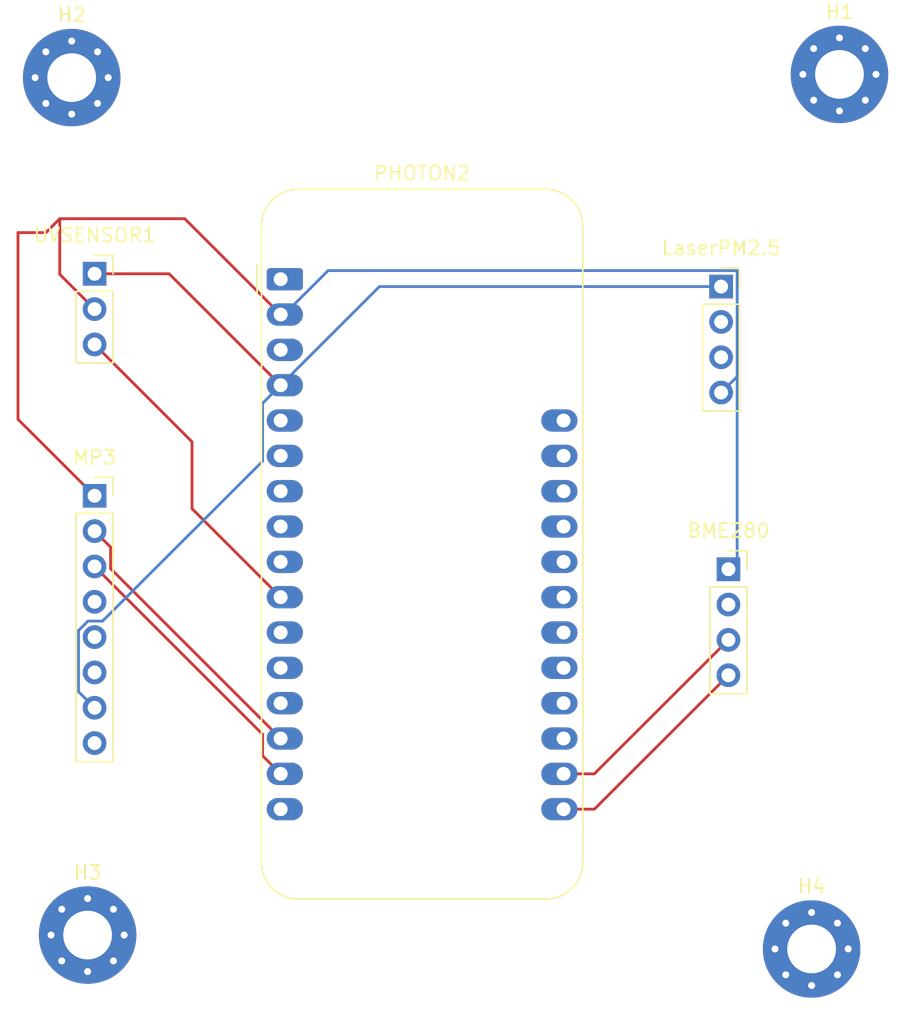
<source format=kicad_pcb>
(kicad_pcb (version 20240108) (generator "pcbnew") (generator_version "8.0")
  (layers (0 "F.Cu" signal) (31 "B.Cu" signal) (34 "B.Paste" user) (35 "F.Paste" user) (36 "B.SilkS" user "B.Silkscreen") (37 "F.SilkS" user "F.Silkscreen") (38 "B.Mask" user) (39 "F.Mask" user) (44 "Edge.Cuts" user))
  (net 0 "")
  (net 3 "Net-(PHOTON2-A5)")
  (net 23 "Net-(BME280-Pin_4)")
  (net 24 "Net-(BME280-Pin_2)")
  (net 25 "Net-(BME280-Pin_1)")
  (net 26 "Net-(BME280-Pin_3)")
  (net 28 "Net-(MP3-Pin_2)")
  (net 29 "Net-(MP3-Pin_3)")
  (footprint "MountingHole:MountingHole_3.5mm_Pad_Via" (layer "F.Cu") (at 162 53.125)
    (property "Reference" "H1" (at 0 -4.5 0) (layer "F.SilkS"))
    (property "Value" "MountingHole")
    (pad "1" thru_hole circle (at -2.625 0) (size 0.8 0.8) (drill 0.5) (layers "*.Cu" "*.Mask"))
    (pad "1" thru_hole circle (at -1.856155 -1.856155) (size 0.8 0.8) (drill 0.5) (layers "*.Cu" "*.Mask"))
    (pad "1" thru_hole circle (at -1.856155 1.856155) (size 0.8 0.8) (drill 0.5) (layers "*.Cu" "*.Mask"))
    (pad "1" thru_hole circle (at 0 -2.625) (size 0.8 0.8) (drill 0.5) (layers "*.Cu" "*.Mask"))
    (pad "1" thru_hole circle (at 0 0) (size 7 7) (drill 3.5) (layers "*.Cu" "*.Mask"))
    (pad "1" thru_hole circle (at 0 2.625) (size 0.8 0.8) (drill 0.5) (layers "*.Cu" "*.Mask"))
    (pad "1" thru_hole circle (at 1.856155 -1.856155) (size 0.8 0.8) (drill 0.5) (layers "*.Cu" "*.Mask"))
    (pad "1" thru_hole circle (at 1.856155 1.856155) (size 0.8 0.8) (drill 0.5) (layers "*.Cu" "*.Mask"))
    (pad "1" thru_hole circle (at 2.625 0) (size 0.8 0.8) (drill 0.5) (layers "*.Cu" "*.Mask"))
  )
  (footprint "MountingHole:MountingHole_3.5mm_Pad_Via" (layer "F.Cu") (at 160 116)
    (property "Reference" "H4" (at 0 -4.5 0) (layer "F.SilkS"))
    (property "Value" "MountingHole")
    (pad "1" thru_hole circle (at -2.625 0) (size 0.8 0.8) (drill 0.5) (layers "*.Cu" "*.Mask"))
    (pad "1" thru_hole circle (at -1.856155 -1.856155) (size 0.8 0.8) (drill 0.5) (layers "*.Cu" "*.Mask"))
    (pad "1" thru_hole circle (at -1.856155 1.856155) (size 0.8 0.8) (drill 0.5) (layers "*.Cu" "*.Mask"))
    (pad "1" thru_hole circle (at 0 -2.625) (size 0.8 0.8) (drill 0.5) (layers "*.Cu" "*.Mask"))
    (pad "1" thru_hole circle (at 0 0) (size 7 7) (drill 3.5) (layers "*.Cu" "*.Mask"))
    (pad "1" thru_hole circle (at 0 2.625) (size 0.8 0.8) (drill 0.5) (layers "*.Cu" "*.Mask"))
    (pad "1" thru_hole circle (at 1.856155 -1.856155) (size 0.8 0.8) (drill 0.5) (layers "*.Cu" "*.Mask"))
    (pad "1" thru_hole circle (at 1.856155 1.856155) (size 0.8 0.8) (drill 0.5) (layers "*.Cu" "*.Mask"))
    (pad "1" thru_hole circle (at 2.625 0) (size 0.8 0.8) (drill 0.5) (layers "*.Cu" "*.Mask"))
  )
  (footprint "Module:Adafruit_Feather" (layer "F.Cu") (at 121.865 67.85)
    (property "Reference" "PHOTON2" (at 10.16 -7.62 0) (layer "F.SilkS"))
    (property "Value" "Adafruit_Feather_Generic")
    (fp_line (start -1.7 1) (end -1.7 -1) (stroke (width 0.12)) (layer "F.SilkS"))
    (fp_line (start -1.38 -3.81) (end -1.38 41.91) (stroke (width 0.12)) (layer "F.SilkS"))
    (fp_line (start 19.05 -6.46) (end 1.27 -6.46) (stroke (width 0.12)) (layer "F.SilkS"))
    (fp_line (start 19.05 44.56) (end 1.27 44.56) (stroke (width 0.12)) (layer "F.SilkS"))
    (fp_line (start 21.7 -3.81) (end 21.7 41.91) (stroke (width 0.12)) (layer "F.SilkS"))
    (fp_arc (start -1.38 -3.81) (mid -0.603833 -5.683833) (end 1.27 -6.46) (stroke (width 0.12)) (layer "F.SilkS"))
    (fp_arc (start 1.27 44.56) (mid -0.603833 43.783833) (end -1.38 41.91) (stroke (width 0.12)) (layer "F.SilkS"))
    (fp_arc (start 19.05 -6.46) (mid 20.923833 -5.683833) (end 21.7 -3.81) (stroke (width 0.12)) (layer "F.SilkS"))
    (fp_arc (start 21.7 41.91) (mid 20.923833 43.783833) (end 19.05 44.56) (stroke (width 0.12)) (layer "F.SilkS"))
    (pad "1" thru_hole roundrect (at 0 0) (size 2.6 1.6) (drill 1 (offset 0.3 0)) (layers "*.Cu" "*.Mask") (roundrect_rratio 0.15625))
    (pad "2" thru_hole oval (at 0 2.54) (size 2.6 1.6) (drill 1 (offset 0.3 0)) (layers "*.Cu" "*.Mask") (net 25 "Net-(BME280-Pin_1)"))
    (pad "3" thru_hole oval (at 0 5.08) (size 2.6 1.6) (drill 1 (offset 0.3 0)) (layers "*.Cu" "*.Mask"))
    (pad "4" thru_hole oval (at 0 7.62) (size 2.6 1.6) (drill 1 (offset 0.3 0)) (layers "*.Cu" "*.Mask") (net 24 "Net-(BME280-Pin_2)"))
    (pad "5" thru_hole oval (at 0 10.16) (size 2.6 1.6) (drill 1 (offset 0.3 0)) (layers "*.Cu" "*.Mask"))
    (pad "6" thru_hole oval (at 0 12.7) (size 2.6 1.6) (drill 1 (offset 0.3 0)) (layers "*.Cu" "*.Mask"))
    (pad "7" thru_hole oval (at 0 15.24) (size 2.6 1.6) (drill 1 (offset 0.3 0)) (layers "*.Cu" "*.Mask"))
    (pad "8" thru_hole oval (at 0 17.78) (size 2.6 1.6) (drill 1 (offset 0.3 0)) (layers "*.Cu" "*.Mask"))
    (pad "9" thru_hole oval (at 0 20.32) (size 2.6 1.6) (drill 1 (offset 0.3 0)) (layers "*.Cu" "*.Mask"))
    (pad "10" thru_hole oval (at 0 22.86) (size 2.6 1.6) (drill 1 (offset 0.3 0)) (layers "*.Cu" "*.Mask") (net 3 "Net-(PHOTON2-A5)"))
    (pad "11" thru_hole oval (at 0 25.4) (size 2.6 1.6) (drill 1 (offset 0.3 0)) (layers "*.Cu" "*.Mask"))
    (pad "12" thru_hole oval (at 0 27.94) (size 2.6 1.6) (drill 1 (offset 0.3 0)) (layers "*.Cu" "*.Mask"))
    (pad "13" thru_hole oval (at 0 30.48) (size 2.6 1.6) (drill 1 (offset 0.3 0)) (layers "*.Cu" "*.Mask"))
    (pad "14" thru_hole oval (at 0 33.02) (size 2.6 1.6) (drill 1 (offset 0.3 0)) (layers "*.Cu" "*.Mask") (net 28 "Net-(MP3-Pin_2)"))
    (pad "15" thru_hole oval (at 0 35.56) (size 2.6 1.6) (drill 1 (offset 0.3 0)) (layers "*.Cu" "*.Mask") (net 29 "Net-(MP3-Pin_3)"))
    (pad "16" thru_hole oval (at 0 38.1) (size 2.6 1.6) (drill 1 (offset 0.3 0)) (layers "*.Cu" "*.Mask"))
    (pad "17" thru_hole oval (at 20.32 38.1 180) (size 2.6 1.6) (drill 1 (offset 0.3 0)) (layers "*.Cu" "*.Mask") (net 23 "Net-(BME280-Pin_4)"))
    (pad "18" thru_hole oval (at 20.32 35.56 180) (size 2.6 1.6) (drill 1 (offset 0.3 0)) (layers "*.Cu" "*.Mask") (net 26 "Net-(BME280-Pin_3)"))
    (pad "19" thru_hole oval (at 20.32 33.02 180) (size 2.6 1.6) (drill 1 (offset 0.3 0)) (layers "*.Cu" "*.Mask"))
    (pad "20" thru_hole oval (at 20.32 30.48 180) (size 2.6 1.6) (drill 1 (offset 0.3 0)) (layers "*.Cu" "*.Mask"))
    (pad "21" thru_hole oval (at 20.32 27.94 180) (size 2.6 1.6) (drill 1 (offset 0.3 0)) (layers "*.Cu" "*.Mask"))
    (pad "22" thru_hole oval (at 20.32 25.4 180) (size 2.6 1.6) (drill 1 (offset 0.3 0)) (layers "*.Cu" "*.Mask"))
    (pad "23" thru_hole oval (at 20.32 22.86 180) (size 2.6 1.6) (drill 1 (offset 0.3 0)) (layers "*.Cu" "*.Mask"))
    (pad "24" thru_hole oval (at 20.32 20.32 180) (size 2.6 1.6) (drill 1 (offset 0.3 0)) (layers "*.Cu" "*.Mask"))
    (pad "25" thru_hole oval (at 20.32 17.78 180) (size 2.6 1.6) (drill 1 (offset 0.3 0)) (layers "*.Cu" "*.Mask"))
    (pad "26" thru_hole oval (at 20.32 15.24 180) (size 2.6 1.6) (drill 1 (offset 0.3 0)) (layers "*.Cu" "*.Mask"))
    (pad "27" thru_hole oval (at 20.32 12.7 180) (size 2.6 1.6) (drill 1 (offset 0.3 0)) (layers "*.Cu" "*.Mask"))
    (pad "28" thru_hole oval (at 20.32 10.16 180) (size 2.6 1.6) (drill 1 (offset 0.3 0)) (layers "*.Cu" "*.Mask"))
  )
  (footprint "Connector_PinSocket_2.54mm:PinSocket_1x04_P2.54mm_Vertical" (layer "F.Cu") (at 154.025 88.7)
    (property "Reference" "BME280" (at 0 -2.77 0) (layer "F.SilkS"))
    (property "Value" "Conn_01x04")
    (fp_line (start -1.33 1.27) (end -1.33 8.95) (stroke (width 0.12)) (layer "F.SilkS"))
    (fp_line (start -1.33 1.27) (end 1.33 1.27) (stroke (width 0.12)) (layer "F.SilkS"))
    (fp_line (start -1.33 8.95) (end 1.33 8.95) (stroke (width 0.12)) (layer "F.SilkS"))
    (fp_line (start 0 -1.33) (end 1.33 -1.33) (stroke (width 0.12)) (layer "F.SilkS"))
    (fp_line (start 1.33 -1.33) (end 1.33 0) (stroke (width 0.12)) (layer "F.SilkS"))
    (fp_line (start 1.33 1.27) (end 1.33 8.95) (stroke (width 0.12)) (layer "F.SilkS"))
    (pad "1" thru_hole rect (at 0 0) (size 1.7 1.7) (drill 1) (layers "*.Cu" "*.Mask") (net 25 "Net-(BME280-Pin_1)"))
    (pad "2" thru_hole oval (at 0 2.54) (size 1.7 1.7) (drill 1) (layers "*.Cu" "*.Mask") (net 24 "Net-(BME280-Pin_2)"))
    (pad "3" thru_hole oval (at 0 5.08) (size 1.7 1.7) (drill 1) (layers "*.Cu" "*.Mask") (net 26 "Net-(BME280-Pin_3)"))
    (pad "4" thru_hole oval (at 0 7.62) (size 1.7 1.7) (drill 1) (layers "*.Cu" "*.Mask") (net 23 "Net-(BME280-Pin_4)"))
  )
  (footprint "Connector_PinSocket_2.54mm:PinSocket_1x03_P2.54mm_Vertical" (layer "F.Cu") (at 108.5 67.46)
    (property "Reference" "UVSENSOR1" (at 0 -2.77 0) (layer "F.SilkS"))
    (property "Value" "Conn_01x03")
    (fp_line (start -1.33 1.27) (end -1.33 6.41) (stroke (width 0.12)) (layer "F.SilkS"))
    (fp_line (start -1.33 1.27) (end 1.33 1.27) (stroke (width 0.12)) (layer "F.SilkS"))
    (fp_line (start -1.33 6.41) (end 1.33 6.41) (stroke (width 0.12)) (layer "F.SilkS"))
    (fp_line (start 0 -1.33) (end 1.33 -1.33) (stroke (width 0.12)) (layer "F.SilkS"))
    (fp_line (start 1.33 -1.33) (end 1.33 0) (stroke (width 0.12)) (layer "F.SilkS"))
    (fp_line (start 1.33 1.27) (end 1.33 6.41) (stroke (width 0.12)) (layer "F.SilkS"))
    (pad "1" thru_hole rect (at 0 0) (size 1.7 1.7) (drill 1) (layers "*.Cu" "*.Mask") (net 24 "Net-(BME280-Pin_2)"))
    (pad "2" thru_hole oval (at 0 2.54) (size 1.7 1.7) (drill 1) (layers "*.Cu" "*.Mask") (net 25 "Net-(BME280-Pin_1)"))
    (pad "3" thru_hole oval (at 0 5.08) (size 1.7 1.7) (drill 1) (layers "*.Cu" "*.Mask") (net 3 "Net-(PHOTON2-A5)"))
  )
  (footprint "Connector_PinSocket_2.54mm:PinSocket_1x04_P2.54mm_Vertical" (layer "F.Cu") (at 153.5 68.38)
    (property "Reference" "LaserPM2.5" (at 0 -2.77 0) (layer "F.SilkS"))
    (property "Value" "Conn_01x04")
    (fp_line (start -1.33 1.27) (end -1.33 8.95) (stroke (width 0.12)) (layer "F.SilkS"))
    (fp_line (start -1.33 1.27) (end 1.33 1.27) (stroke (width 0.12)) (layer "F.SilkS"))
    (fp_line (start -1.33 8.95) (end 1.33 8.95) (stroke (width 0.12)) (layer "F.SilkS"))
    (fp_line (start 0 -1.33) (end 1.33 -1.33) (stroke (width 0.12)) (layer "F.SilkS"))
    (fp_line (start 1.33 -1.33) (end 1.33 0) (stroke (width 0.12)) (layer "F.SilkS"))
    (fp_line (start 1.33 1.27) (end 1.33 8.95) (stroke (width 0.12)) (layer "F.SilkS"))
    (pad "1" thru_hole rect (at 0 0) (size 1.7 1.7) (drill 1) (layers "*.Cu" "*.Mask") (net 24 "Net-(BME280-Pin_2)"))
    (pad "2" thru_hole oval (at 0 2.54) (size 1.7 1.7) (drill 1) (layers "*.Cu" "*.Mask") (net 26 "Net-(BME280-Pin_3)"))
    (pad "3" thru_hole oval (at 0 5.08) (size 1.7 1.7) (drill 1) (layers "*.Cu" "*.Mask") (net 23 "Net-(BME280-Pin_4)"))
    (pad "4" thru_hole oval (at 0 7.62) (size 1.7 1.7) (drill 1) (layers "*.Cu" "*.Mask") (net 25 "Net-(BME280-Pin_1)"))
  )
  (footprint "MountingHole:MountingHole_3.5mm_Pad_Via" (layer "F.Cu") (at 108 115)
    (property "Reference" "H3" (at 0 -4.5 0) (layer "F.SilkS"))
    (property "Value" "MountingHole")
    (pad "1" thru_hole circle (at -2.625 0) (size 0.8 0.8) (drill 0.5) (layers "*.Cu" "*.Mask"))
    (pad "1" thru_hole circle (at -1.856155 -1.856155) (size 0.8 0.8) (drill 0.5) (layers "*.Cu" "*.Mask"))
    (pad "1" thru_hole circle (at -1.856155 1.856155) (size 0.8 0.8) (drill 0.5) (layers "*.Cu" "*.Mask"))
    (pad "1" thru_hole circle (at 0 -2.625) (size 0.8 0.8) (drill 0.5) (layers "*.Cu" "*.Mask"))
    (pad "1" thru_hole circle (at 0 0) (size 7 7) (drill 3.5) (layers "*.Cu" "*.Mask"))
    (pad "1" thru_hole circle (at 0 2.625) (size 0.8 0.8) (drill 0.5) (layers "*.Cu" "*.Mask"))
    (pad "1" thru_hole circle (at 1.856155 -1.856155) (size 0.8 0.8) (drill 0.5) (layers "*.Cu" "*.Mask"))
    (pad "1" thru_hole circle (at 1.856155 1.856155) (size 0.8 0.8) (drill 0.5) (layers "*.Cu" "*.Mask"))
    (pad "1" thru_hole circle (at 2.625 0) (size 0.8 0.8) (drill 0.5) (layers "*.Cu" "*.Mask"))
  )
  (footprint "MountingHole:MountingHole_3.5mm_Pad_Via" (layer "F.Cu") (at 106.856155 53.356155)
    (property "Reference" "H2" (at 0 -4.5 0) (layer "F.SilkS"))
    (property "Value" "MountingHole")
    (pad "1" thru_hole circle (at -2.625 0) (size 0.8 0.8) (drill 0.5) (layers "*.Cu" "*.Mask"))
    (pad "1" thru_hole circle (at -1.856155 -1.856155) (size 0.8 0.8) (drill 0.5) (layers "*.Cu" "*.Mask"))
    (pad "1" thru_hole circle (at -1.856155 1.856155) (size 0.8 0.8) (drill 0.5) (layers "*.Cu" "*.Mask"))
    (pad "1" thru_hole circle (at 0 -2.625) (size 0.8 0.8) (drill 0.5) (layers "*.Cu" "*.Mask"))
    (pad "1" thru_hole circle (at 0 0) (size 7 7) (drill 3.5) (layers "*.Cu" "*.Mask"))
    (pad "1" thru_hole circle (at 0 2.625) (size 0.8 0.8) (drill 0.5) (layers "*.Cu" "*.Mask"))
    (pad "1" thru_hole circle (at 1.856155 -1.856155) (size 0.8 0.8) (drill 0.5) (layers "*.Cu" "*.Mask"))
    (pad "1" thru_hole circle (at 1.856155 1.856155) (size 0.8 0.8) (drill 0.5) (layers "*.Cu" "*.Mask"))
    (pad "1" thru_hole circle (at 2.625 0) (size 0.8 0.8) (drill 0.5) (layers "*.Cu" "*.Mask"))
  )
  (footprint "Connector_PinSocket_2.54mm:PinSocket_1x08_P2.54mm_Vertical" (layer "F.Cu") (at 108.5 83.42)
    (property "Reference" "MP3" (at 0 -2.77 0) (layer "F.SilkS"))
    (property "Value" "Conn_01x08")
    (fp_line (start -1.33 1.27) (end -1.33 19.11) (stroke (width 0.12)) (layer "F.SilkS"))
    (fp_line (start -1.33 1.27) (end 1.33 1.27) (stroke (width 0.12)) (layer "F.SilkS"))
    (fp_line (start -1.33 19.11) (end 1.33 19.11) (stroke (width 0.12)) (layer "F.SilkS"))
    (fp_line (start 0 -1.33) (end 1.33 -1.33) (stroke (width 0.12)) (layer "F.SilkS"))
    (fp_line (start 1.33 -1.33) (end 1.33 0) (stroke (width 0.12)) (layer "F.SilkS"))
    (fp_line (start 1.33 1.27) (end 1.33 19.11) (stroke (width 0.12)) (layer "F.SilkS"))
    (pad "1" thru_hole rect (at 0 0) (size 1.7 1.7) (drill 1) (layers "*.Cu" "*.Mask") (net 25 "Net-(BME280-Pin_1)"))
    (pad "2" thru_hole oval (at 0 2.54) (size 1.7 1.7) (drill 1) (layers "*.Cu" "*.Mask") (net 28 "Net-(MP3-Pin_2)"))
    (pad "3" thru_hole oval (at 0 5.08) (size 1.7 1.7) (drill 1) (layers "*.Cu" "*.Mask") (net 29 "Net-(MP3-Pin_3)"))
    (pad "4" thru_hole oval (at 0 7.62) (size 1.7 1.7) (drill 1) (layers "*.Cu" "*.Mask"))
    (pad "5" thru_hole oval (at 0 10.16) (size 1.7 1.7) (drill 1) (layers "*.Cu" "*.Mask"))
    (pad "6" thru_hole oval (at 0 12.7) (size 1.7 1.7) (drill 1) (layers "*.Cu" "*.Mask"))
    (pad "7" thru_hole oval (at 0 15.24) (size 1.7 1.7) (drill 1) (layers "*.Cu" "*.Mask") (net 24 "Net-(BME280-Pin_2)"))
    (pad "8" thru_hole oval (at 0 17.78) (size 1.7 1.7) (drill 1) (layers "*.Cu" "*.Mask"))
  )
  (segment (start 108.5 72.54) (end 115.5 79.54) (width 0.2) (layer "F.Cu") (net 3))
  (segment (start 115.5 79.54) (end 115.5 84.345) (width 0.2) (layer "F.Cu") (net 3))
  (segment (start 115.5 84.345) (end 121.865 90.71) (width 0.2) (layer "F.Cu") (net 3))
  (segment (start 154.025 96.32) (end 144.395 105.95) (width 0.2) (layer "F.Cu") (net 23))
  (segment (start 144.395 105.95) (end 142.185 105.95) (width 0.2) (layer "F.Cu") (net 23))
  (segment (start 108.5 67.46) (end 113.855 67.46) (width 0.2) (layer "F.Cu") (net 24))
  (segment (start 108.5 98.66) (end 108.5 99) (width 0.2) (layer "F.Cu") (net 24))
  (segment (start 113.855 67.46) (end 121.865 75.47) (width 0.2) (layer "F.Cu") (net 24))
  (segment (start 107.35 97.51) (end 107.35 93.103654) (width 0.2) (layer "B.Cu") (net 24))
  (segment (start 108.5 98.66) (end 107.35 97.51) (width 0.2) (layer "B.Cu") (net 24))
  (segment (start 108.023654 92.43) (end 109.07 92.43) (width 0.2) (layer "B.Cu") (net 24))
  (segment (start 120.565 76.77) (end 121.865 75.47) (width 0.2) (layer "B.Cu") (net 24))
  (segment (start 120.565 80.935) (end 120.565 76.77) (width 0.2) (layer "B.Cu") (net 24))
  (segment (start 153.5 68.38) (end 128.955 68.38) (width 0.2) (layer "B.Cu") (net 24))
  (segment (start 109.07 92.43) (end 120.565 80.935) (width 0.2) (layer "B.Cu") (net 24))
  (segment (start 128.955 68.38) (end 121.865 75.47) (width 0.2) (layer "B.Cu") (net 24))
  (segment (start 107.35 93.103654) (end 108.023654 92.43) (width 0.2) (layer "B.Cu") (net 24))
  (segment (start 106 63.5) (end 114.975 63.5) (width 0.2) (layer "F.Cu") (net 25))
  (segment (start 103 77.92) (end 103 64.5) (width 0.2) (layer "F.Cu") (net 25))
  (segment (start 114.975 63.5) (end 121.865 70.39) (width 0.2) (layer "F.Cu") (net 25))
  (segment (start 105 64.5) (end 106 63.5) (width 0.2) (layer "F.Cu") (net 25))
  (segment (start 108.5 83.42) (end 103 77.92) (width 0.2) (layer "F.Cu") (net 25))
  (segment (start 106 67.5) (end 106 63.5) (width 0.2) (layer "F.Cu") (net 25))
  (segment (start 108.5 70) (end 106 67.5) (width 0.2) (layer "F.Cu") (net 25))
  (segment (start 103 64.5) (end 105 64.5) (width 0.2) (layer "F.Cu") (net 25))
  (segment (start 122.11 70.39) (end 121.865 70.39) (width 0.2) (layer "B.Cu") (net 25))
  (segment (start 153.5 76) (end 154.65 74.85) (width 0.2) (layer "B.Cu") (net 25))
  (segment (start 154.025 88.7) (end 154.65 88.075) (width 0.2) (layer "B.Cu") (net 25))
  (segment (start 125.27 67.23) (end 122.11 70.39) (width 0.2) (layer "B.Cu") (net 25))
  (segment (start 154.65 67.23) (end 125.27 67.23) (width 0.2) (layer "B.Cu") (net 25))
  (segment (start 154.65 74.85) (end 154.65 67.23) (width 0.2) (layer "B.Cu") (net 25))
  (segment (start 154.65 88.075) (end 154.65 67.23) (width 0.2) (layer "B.Cu") (net 25))
  (segment (start 144.395 103.41) (end 142.185 103.41) (width 0.2) (layer "F.Cu") (net 26))
  (segment (start 154.025 93.78) (end 144.395 103.41) (width 0.2) (layer "F.Cu") (net 26))
  (segment (start 109.65 87.11) (end 109.65 88.655) (width 0.2) (layer "F.Cu") (net 28))
  (segment (start 109.65 88.655) (end 121.865 100.87) (width 0.2) (layer "F.Cu") (net 28))
  (segment (start 108.5 85.96) (end 109.65 87.11) (width 0.2) (layer "F.Cu") (net 28))
  (segment (start 108.5 88.5) (end 120.565 100.565) (width 0.2) (layer "F.Cu") (net 29))
  (segment (start 120.565 102.11) (end 121.865 103.41) (width 0.2) (layer "F.Cu") (net 29))
  (segment (start 120.565 100.565) (end 120.565 102.11) (width 0.2) (layer "F.Cu") (net 29))
)
</source>
